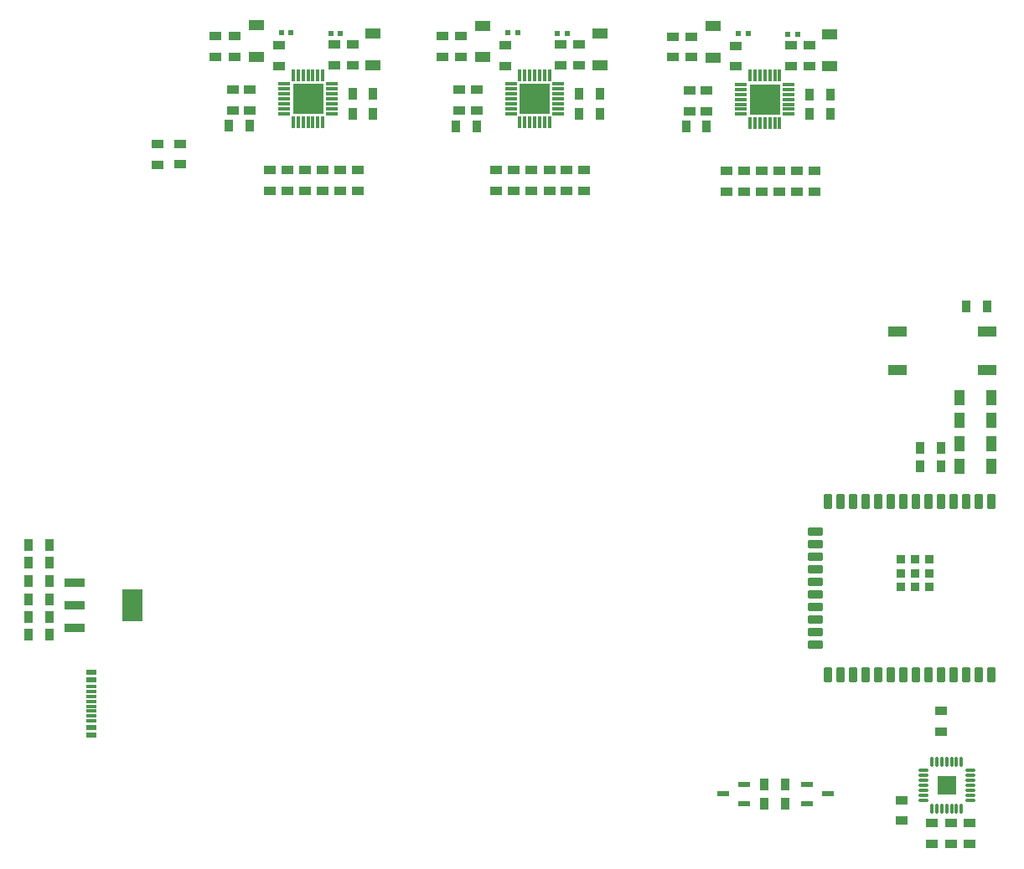
<source format=gtp>
G04*
G04 #@! TF.GenerationSoftware,Altium Limited,Altium Designer,22.11.1 (43)*
G04*
G04 Layer_Color=8421504*
%FSLAX25Y25*%
%MOIN*%
G70*
G04*
G04 #@! TF.SameCoordinates,EC01C676-AF26-4C78-A894-FF1C61784DD5*
G04*
G04*
G04 #@! TF.FilePolarity,Positive*
G04*
G01*
G75*
%ADD13R,0.04488X0.02362*%
%ADD14R,0.04488X0.01181*%
G04:AMPARAMS|DCode=15|XSize=48.42mil|YSize=23.23mil|CornerRadius=5.81mil|HoleSize=0mil|Usage=FLASHONLY|Rotation=0.000|XOffset=0mil|YOffset=0mil|HoleType=Round|Shape=RoundedRectangle|*
%AMROUNDEDRECTD15*
21,1,0.04842,0.01161,0,0,0.0*
21,1,0.03681,0.02323,0,0,0.0*
1,1,0.01161,0.01841,-0.00581*
1,1,0.01161,-0.01841,-0.00581*
1,1,0.01161,-0.01841,0.00581*
1,1,0.01161,0.01841,0.00581*
%
%ADD15ROUNDEDRECTD15*%
%ADD16R,0.08465X0.12598*%
%ADD17R,0.08465X0.03543*%
%ADD18R,0.07480X0.03937*%
G04:AMPARAMS|DCode=19|XSize=35.43mil|YSize=35.43mil|CornerRadius=4.43mil|HoleSize=0mil|Usage=FLASHONLY|Rotation=270.000|XOffset=0mil|YOffset=0mil|HoleType=Round|Shape=RoundedRectangle|*
%AMROUNDEDRECTD19*
21,1,0.03543,0.02657,0,0,270.0*
21,1,0.02657,0.03543,0,0,270.0*
1,1,0.00886,-0.01329,-0.01329*
1,1,0.00886,-0.01329,0.01329*
1,1,0.00886,0.01329,0.01329*
1,1,0.00886,0.01329,-0.01329*
%
%ADD19ROUNDEDRECTD19*%
G04:AMPARAMS|DCode=20|XSize=59.06mil|YSize=35.43mil|CornerRadius=4.43mil|HoleSize=0mil|Usage=FLASHONLY|Rotation=270.000|XOffset=0mil|YOffset=0mil|HoleType=Round|Shape=RoundedRectangle|*
%AMROUNDEDRECTD20*
21,1,0.05906,0.02657,0,0,270.0*
21,1,0.05020,0.03543,0,0,270.0*
1,1,0.00886,-0.01329,-0.02510*
1,1,0.00886,-0.01329,0.02510*
1,1,0.00886,0.01329,0.02510*
1,1,0.00886,0.01329,-0.02510*
%
%ADD20ROUNDEDRECTD20*%
G04:AMPARAMS|DCode=21|XSize=35.43mil|YSize=59.06mil|CornerRadius=4.43mil|HoleSize=0mil|Usage=FLASHONLY|Rotation=270.000|XOffset=0mil|YOffset=0mil|HoleType=Round|Shape=RoundedRectangle|*
%AMROUNDEDRECTD21*
21,1,0.03543,0.05020,0,0,270.0*
21,1,0.02657,0.05906,0,0,270.0*
1,1,0.00886,-0.02510,-0.01329*
1,1,0.00886,-0.02510,0.01329*
1,1,0.00886,0.02510,0.01329*
1,1,0.00886,0.02510,-0.01329*
%
%ADD21ROUNDEDRECTD21*%
%ADD22R,0.07794X0.07794*%
G04:AMPARAMS|DCode=23|XSize=10.24mil|YSize=38.19mil|CornerRadius=2.56mil|HoleSize=0mil|Usage=FLASHONLY|Rotation=0.000|XOffset=0mil|YOffset=0mil|HoleType=Round|Shape=RoundedRectangle|*
%AMROUNDEDRECTD23*
21,1,0.01024,0.03307,0,0,0.0*
21,1,0.00512,0.03819,0,0,0.0*
1,1,0.00512,0.00256,-0.01654*
1,1,0.00512,-0.00256,-0.01654*
1,1,0.00512,-0.00256,0.01654*
1,1,0.00512,0.00256,0.01654*
%
%ADD23ROUNDEDRECTD23*%
G04:AMPARAMS|DCode=24|XSize=10.24mil|YSize=38.19mil|CornerRadius=2.56mil|HoleSize=0mil|Usage=FLASHONLY|Rotation=270.000|XOffset=0mil|YOffset=0mil|HoleType=Round|Shape=RoundedRectangle|*
%AMROUNDEDRECTD24*
21,1,0.01024,0.03307,0,0,270.0*
21,1,0.00512,0.03819,0,0,270.0*
1,1,0.00512,-0.01654,-0.00256*
1,1,0.00512,-0.01654,0.00256*
1,1,0.00512,0.01654,0.00256*
1,1,0.00512,0.01654,-0.00256*
%
%ADD24ROUNDEDRECTD24*%
%ADD25R,0.12402X0.12402*%
%ADD26R,0.01181X0.04528*%
%ADD27R,0.04528X0.01181*%
%ADD28R,0.03937X0.06299*%
%ADD29R,0.03543X0.05118*%
%ADD30R,0.01968X0.02362*%
%ADD31R,0.05118X0.03543*%
%ADD32R,0.06299X0.03937*%
D13*
X30250Y77798D02*
D03*
Y74649D02*
D03*
Y55751D02*
D03*
Y52602D02*
D03*
D14*
Y66184D02*
D03*
Y68153D02*
D03*
Y70121D02*
D03*
Y72090D02*
D03*
Y64216D02*
D03*
Y62247D02*
D03*
Y60279D02*
D03*
Y58310D02*
D03*
D15*
X323282Y29254D02*
D03*
X314935Y25514D02*
D03*
Y32994D02*
D03*
X289882Y25514D02*
D03*
Y32994D02*
D03*
X281535Y29254D02*
D03*
D16*
X46484Y104300D02*
D03*
D17*
X23453Y95245D02*
D03*
Y104300D02*
D03*
Y113355D02*
D03*
D18*
X350795Y213554D02*
D03*
X386621D02*
D03*
X350795Y198200D02*
D03*
X386621D02*
D03*
D19*
X357888Y117188D02*
D03*
X352376Y111676D02*
D03*
Y117188D02*
D03*
Y122700D02*
D03*
X357888Y111676D02*
D03*
Y122700D02*
D03*
X363400Y111676D02*
D03*
Y117188D02*
D03*
Y122700D02*
D03*
D20*
X388282Y145731D02*
D03*
X383282D02*
D03*
X378282D02*
D03*
X373282D02*
D03*
X368282D02*
D03*
X363282D02*
D03*
X358282D02*
D03*
X353282D02*
D03*
X348282D02*
D03*
X343282D02*
D03*
X338282D02*
D03*
X333282D02*
D03*
X328282D02*
D03*
X323282D02*
D03*
Y76834D02*
D03*
X328282D02*
D03*
X333282D02*
D03*
X338282D02*
D03*
X343282D02*
D03*
X348282D02*
D03*
X353282D02*
D03*
X358282D02*
D03*
X363282D02*
D03*
X368282D02*
D03*
X373282D02*
D03*
X378282D02*
D03*
X383282D02*
D03*
X388282D02*
D03*
D21*
X318361Y128783D02*
D03*
Y123783D02*
D03*
Y118783D02*
D03*
Y113783D02*
D03*
Y108783D02*
D03*
Y103783D02*
D03*
Y98783D02*
D03*
Y93783D02*
D03*
Y88783D02*
D03*
Y133783D02*
D03*
D22*
X370450Y32793D02*
D03*
D23*
X364545Y42124D02*
D03*
X366513D02*
D03*
X368482D02*
D03*
X370450D02*
D03*
X372419D02*
D03*
X374387D02*
D03*
X376356D02*
D03*
Y23463D02*
D03*
X374387D02*
D03*
X372419D02*
D03*
X370450D02*
D03*
X368482D02*
D03*
X366513D02*
D03*
X364545D02*
D03*
D24*
X379781Y38699D02*
D03*
Y36730D02*
D03*
Y34762D02*
D03*
Y32793D02*
D03*
Y30825D02*
D03*
Y28856D02*
D03*
Y26888D02*
D03*
X361120D02*
D03*
Y28856D02*
D03*
Y30825D02*
D03*
Y32793D02*
D03*
Y34762D02*
D03*
Y36730D02*
D03*
Y38699D02*
D03*
D25*
X206551Y306047D02*
D03*
X116400Y306094D02*
D03*
X298151Y305847D02*
D03*
D26*
X212457Y315496D02*
D03*
X210488D02*
D03*
X208520D02*
D03*
X206551D02*
D03*
X204583D02*
D03*
X202614D02*
D03*
X200646D02*
D03*
X212457Y296598D02*
D03*
X210488D02*
D03*
X208520D02*
D03*
X206551D02*
D03*
X204583D02*
D03*
X202614D02*
D03*
X200646D02*
D03*
X110494Y296645D02*
D03*
X112463D02*
D03*
X114432D02*
D03*
X116400D02*
D03*
X118368D02*
D03*
X120337D02*
D03*
X122306D02*
D03*
X110494Y315543D02*
D03*
X112463D02*
D03*
X114432D02*
D03*
X116400D02*
D03*
X118368D02*
D03*
X120337D02*
D03*
X122306D02*
D03*
X304057Y315296D02*
D03*
X302088D02*
D03*
X300120D02*
D03*
X298151D02*
D03*
X296183D02*
D03*
X294214D02*
D03*
X292246D02*
D03*
X304057Y296398D02*
D03*
X302088D02*
D03*
X300120D02*
D03*
X298151D02*
D03*
X296183D02*
D03*
X294214D02*
D03*
X292246D02*
D03*
D27*
X216000Y311952D02*
D03*
Y309984D02*
D03*
Y308015D02*
D03*
Y306047D02*
D03*
Y304078D02*
D03*
Y302110D02*
D03*
Y300141D02*
D03*
X197102Y311952D02*
D03*
Y309984D02*
D03*
Y308015D02*
D03*
Y306047D02*
D03*
Y304078D02*
D03*
Y302110D02*
D03*
Y300141D02*
D03*
X106951Y300188D02*
D03*
Y302157D02*
D03*
Y304125D02*
D03*
Y306094D02*
D03*
Y308062D02*
D03*
Y310031D02*
D03*
Y311999D02*
D03*
X125849Y300188D02*
D03*
Y302157D02*
D03*
Y304125D02*
D03*
Y306094D02*
D03*
Y308062D02*
D03*
Y310031D02*
D03*
Y311999D02*
D03*
X307600Y311752D02*
D03*
Y309784D02*
D03*
Y307815D02*
D03*
Y305847D02*
D03*
Y303878D02*
D03*
Y301910D02*
D03*
Y299941D02*
D03*
X288702Y311752D02*
D03*
Y309784D02*
D03*
Y307815D02*
D03*
Y305847D02*
D03*
Y303878D02*
D03*
Y301910D02*
D03*
Y299941D02*
D03*
D28*
X375702Y159600D02*
D03*
X388300D02*
D03*
X375702Y187000D02*
D03*
X388300D02*
D03*
X375702Y178000D02*
D03*
X388300D02*
D03*
X375702Y168800D02*
D03*
X388300D02*
D03*
D29*
X13635Y128400D02*
D03*
X5367D02*
D03*
X84995Y295276D02*
D03*
X93263D02*
D03*
X142331Y300176D02*
D03*
X134063D02*
D03*
Y308062D02*
D03*
X142331D02*
D03*
X275014Y295030D02*
D03*
X266746D02*
D03*
X315814Y299930D02*
D03*
X324082D02*
D03*
Y307815D02*
D03*
X315814D02*
D03*
X183414Y295230D02*
D03*
X175146D02*
D03*
X224214Y300130D02*
D03*
X232482D02*
D03*
Y308015D02*
D03*
X224214D02*
D03*
X368282Y167182D02*
D03*
X360014D02*
D03*
X386621Y223477D02*
D03*
X378354D02*
D03*
X368282Y159600D02*
D03*
X360014D02*
D03*
X298014Y25514D02*
D03*
X306282D02*
D03*
Y32994D02*
D03*
X298014D02*
D03*
X13635Y99861D02*
D03*
X5367D02*
D03*
X13635Y92727D02*
D03*
X5367D02*
D03*
X13635Y114200D02*
D03*
X5367D02*
D03*
X13635Y106900D02*
D03*
X5367D02*
D03*
X13635Y121500D02*
D03*
X5367D02*
D03*
D30*
X219488Y331945D02*
D03*
X215551D02*
D03*
X109700Y332394D02*
D03*
X105763D02*
D03*
X125400Y331992D02*
D03*
X129337D02*
D03*
X287514Y332147D02*
D03*
X291451D02*
D03*
X311088Y331745D02*
D03*
X307151D02*
D03*
X195914Y332347D02*
D03*
X199851D02*
D03*
D31*
X93263Y301443D02*
D03*
Y309710D02*
D03*
X101195Y269443D02*
D03*
Y277710D02*
D03*
X134063Y327661D02*
D03*
Y319394D02*
D03*
X79716Y331116D02*
D03*
Y322848D02*
D03*
X87216D02*
D03*
Y331116D02*
D03*
X126900Y319394D02*
D03*
Y327661D02*
D03*
X104800Y319176D02*
D03*
Y327444D02*
D03*
X129200Y269443D02*
D03*
Y277710D02*
D03*
X136100Y269443D02*
D03*
Y277710D02*
D03*
X86400Y309710D02*
D03*
Y301443D02*
D03*
X108126Y269443D02*
D03*
Y277710D02*
D03*
X115226Y269443D02*
D03*
Y277710D02*
D03*
X122263Y269443D02*
D03*
Y277710D02*
D03*
X275014Y309463D02*
D03*
Y301196D02*
D03*
X282946Y277463D02*
D03*
Y269196D02*
D03*
X315814Y319147D02*
D03*
Y327415D02*
D03*
X261467Y322601D02*
D03*
Y330869D02*
D03*
X268967D02*
D03*
Y322601D02*
D03*
X308651Y327415D02*
D03*
Y319147D02*
D03*
X286551Y327197D02*
D03*
Y318930D02*
D03*
X310951Y277463D02*
D03*
Y269196D02*
D03*
X317851Y277463D02*
D03*
Y269196D02*
D03*
X268151Y301196D02*
D03*
Y309463D02*
D03*
X289877Y277463D02*
D03*
Y269196D02*
D03*
X296977Y277463D02*
D03*
Y269196D02*
D03*
X304014Y277463D02*
D03*
Y269196D02*
D03*
X183414Y309663D02*
D03*
Y301396D02*
D03*
X191346Y277663D02*
D03*
Y269396D02*
D03*
X224214Y319347D02*
D03*
Y327615D02*
D03*
X169867Y322801D02*
D03*
Y331069D02*
D03*
X177367D02*
D03*
Y322801D02*
D03*
X217051Y327615D02*
D03*
Y319347D02*
D03*
X194951Y327397D02*
D03*
Y319130D02*
D03*
X219351Y277663D02*
D03*
Y269396D02*
D03*
X226251Y277663D02*
D03*
Y269396D02*
D03*
X176551Y301396D02*
D03*
Y309663D02*
D03*
X198277Y277663D02*
D03*
Y269396D02*
D03*
X205377Y277663D02*
D03*
Y269396D02*
D03*
X212414Y277663D02*
D03*
Y269396D02*
D03*
X56622Y279859D02*
D03*
Y288127D02*
D03*
X65722Y279960D02*
D03*
Y288227D02*
D03*
X352576Y26888D02*
D03*
Y18620D02*
D03*
X372143Y17685D02*
D03*
Y9417D02*
D03*
X364545D02*
D03*
Y17685D02*
D03*
X379505Y9417D02*
D03*
Y17685D02*
D03*
X368282Y54232D02*
D03*
Y62500D02*
D03*
D32*
X95761Y335243D02*
D03*
Y322645D02*
D03*
X142263Y331992D02*
D03*
Y319394D02*
D03*
X277512Y322398D02*
D03*
Y334997D02*
D03*
X324014Y319147D02*
D03*
Y331745D02*
D03*
X185912Y322598D02*
D03*
Y335196D02*
D03*
X232414Y319347D02*
D03*
Y331945D02*
D03*
M02*

</source>
